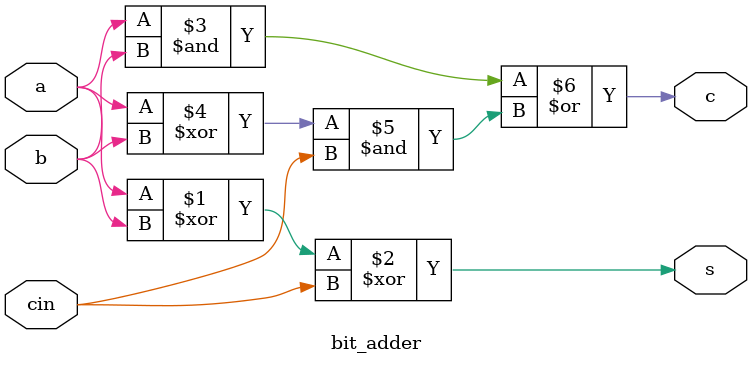
<source format=v>
`timescale 1ns / 1ps


module full_adder
#(parameter Size = 3072, Size_bi = 54, Size_log = 8)
(
    input [Size+Size_bi+Size_log-1:0] a,
    input [Size+Size_bi+Size_log-1:0] b,
    input [Size+Size_bi+Size_log-1:0] cin,
    output [Size+Size_bi+Size_log-1:0] s,
    output [Size+Size_bi+Size_log-1:0] c
    );
    genvar i;
    generate 
        for(i=0;i<Size+Size_bi+Size_log;i=i+1) begin: BIT_ADDER
			bit_adder bit_adder(a[i],b[i],cin[i],s[i],c[i]);
		end
	endgenerate
endmodule

module bit_adder(
    a,b,cin,s,c
    );
    input a,b,cin;
    output s,c;
    assign s = a^b^cin;
    assign c = (a&b) | ((a^b)&cin);
endmodule 

</source>
